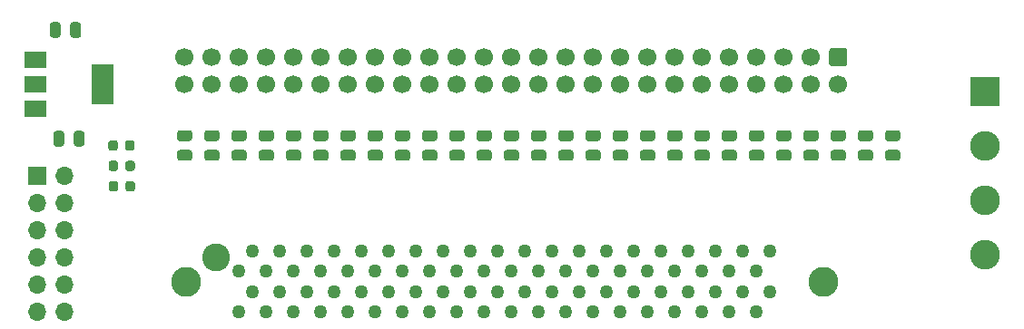
<source format=gbr>
%TF.GenerationSoftware,KiCad,Pcbnew,(5.1.7)-1*%
%TF.CreationDate,2021-02-10T19:53:02+00:00*%
%TF.ProjectId,SCSI to SCA MK5.1,53435349-2074-46f2-9053-4341204d4b35,rev?*%
%TF.SameCoordinates,Original*%
%TF.FileFunction,Soldermask,Top*%
%TF.FilePolarity,Negative*%
%FSLAX46Y46*%
G04 Gerber Fmt 4.6, Leading zero omitted, Abs format (unit mm)*
G04 Created by KiCad (PCBNEW (5.1.7)-1) date 2021-02-10 19:53:02*
%MOMM*%
%LPD*%
G01*
G04 APERTURE LIST*
%ADD10O,1.700000X1.700000*%
%ADD11R,1.700000X1.700000*%
%ADD12R,2.000000X1.500000*%
%ADD13R,2.000000X3.800000*%
%ADD14C,1.700000*%
%ADD15C,2.780000*%
%ADD16R,2.780000X2.780000*%
%ADD17C,2.600000*%
%ADD18C,2.800000*%
%ADD19C,1.270000*%
G04 APERTURE END LIST*
D10*
%TO.C,J2*%
X35179000Y-147637500D03*
X32639000Y-147637500D03*
X35179000Y-145097500D03*
X32639000Y-145097500D03*
X35179000Y-142557500D03*
X32639000Y-142557500D03*
X35179000Y-140017500D03*
X32639000Y-140017500D03*
X35179000Y-137477500D03*
X32639000Y-137477500D03*
X35179000Y-134937500D03*
D11*
X32639000Y-134937500D03*
%TD*%
D12*
%TO.C,U1*%
X32410000Y-124065000D03*
X32410000Y-128665000D03*
X32410000Y-126365000D03*
D13*
X38710000Y-126365000D03*
%TD*%
%TO.C,D3*%
G36*
G01*
X40837500Y-136146250D02*
X40837500Y-135633750D01*
G75*
G02*
X41056250Y-135415000I218750J0D01*
G01*
X41493750Y-135415000D01*
G75*
G02*
X41712500Y-135633750I0J-218750D01*
G01*
X41712500Y-136146250D01*
G75*
G02*
X41493750Y-136365000I-218750J0D01*
G01*
X41056250Y-136365000D01*
G75*
G02*
X40837500Y-136146250I0J218750D01*
G01*
G37*
G36*
G01*
X39262500Y-136146250D02*
X39262500Y-135633750D01*
G75*
G02*
X39481250Y-135415000I218750J0D01*
G01*
X39918750Y-135415000D01*
G75*
G02*
X40137500Y-135633750I0J-218750D01*
G01*
X40137500Y-136146250D01*
G75*
G02*
X39918750Y-136365000I-218750J0D01*
G01*
X39481250Y-136365000D01*
G75*
G02*
X39262500Y-136146250I0J218750D01*
G01*
G37*
%TD*%
%TO.C,R32*%
G36*
G01*
X45904998Y-132480000D02*
X46805002Y-132480000D01*
G75*
G02*
X47055000Y-132729998I0J-249998D01*
G01*
X47055000Y-133255002D01*
G75*
G02*
X46805002Y-133505000I-249998J0D01*
G01*
X45904998Y-133505000D01*
G75*
G02*
X45655000Y-133255002I0J249998D01*
G01*
X45655000Y-132729998D01*
G75*
G02*
X45904998Y-132480000I249998J0D01*
G01*
G37*
G36*
G01*
X45904998Y-130655000D02*
X46805002Y-130655000D01*
G75*
G02*
X47055000Y-130904998I0J-249998D01*
G01*
X47055000Y-131430002D01*
G75*
G02*
X46805002Y-131680000I-249998J0D01*
G01*
X45904998Y-131680000D01*
G75*
G02*
X45655000Y-131430002I0J249998D01*
G01*
X45655000Y-130904998D01*
G75*
G02*
X45904998Y-130655000I249998J0D01*
G01*
G37*
%TD*%
%TO.C,R31*%
G36*
G01*
X48444998Y-132480000D02*
X49345002Y-132480000D01*
G75*
G02*
X49595000Y-132729998I0J-249998D01*
G01*
X49595000Y-133255002D01*
G75*
G02*
X49345002Y-133505000I-249998J0D01*
G01*
X48444998Y-133505000D01*
G75*
G02*
X48195000Y-133255002I0J249998D01*
G01*
X48195000Y-132729998D01*
G75*
G02*
X48444998Y-132480000I249998J0D01*
G01*
G37*
G36*
G01*
X48444998Y-130655000D02*
X49345002Y-130655000D01*
G75*
G02*
X49595000Y-130904998I0J-249998D01*
G01*
X49595000Y-131430002D01*
G75*
G02*
X49345002Y-131680000I-249998J0D01*
G01*
X48444998Y-131680000D01*
G75*
G02*
X48195000Y-131430002I0J249998D01*
G01*
X48195000Y-130904998D01*
G75*
G02*
X48444998Y-130655000I249998J0D01*
G01*
G37*
%TD*%
%TO.C,R30*%
G36*
G01*
X50984998Y-132480000D02*
X51885002Y-132480000D01*
G75*
G02*
X52135000Y-132729998I0J-249998D01*
G01*
X52135000Y-133255002D01*
G75*
G02*
X51885002Y-133505000I-249998J0D01*
G01*
X50984998Y-133505000D01*
G75*
G02*
X50735000Y-133255002I0J249998D01*
G01*
X50735000Y-132729998D01*
G75*
G02*
X50984998Y-132480000I249998J0D01*
G01*
G37*
G36*
G01*
X50984998Y-130655000D02*
X51885002Y-130655000D01*
G75*
G02*
X52135000Y-130904998I0J-249998D01*
G01*
X52135000Y-131430002D01*
G75*
G02*
X51885002Y-131680000I-249998J0D01*
G01*
X50984998Y-131680000D01*
G75*
G02*
X50735000Y-131430002I0J249998D01*
G01*
X50735000Y-130904998D01*
G75*
G02*
X50984998Y-130655000I249998J0D01*
G01*
G37*
%TD*%
%TO.C,R29*%
G36*
G01*
X53524998Y-132480000D02*
X54425002Y-132480000D01*
G75*
G02*
X54675000Y-132729998I0J-249998D01*
G01*
X54675000Y-133255002D01*
G75*
G02*
X54425002Y-133505000I-249998J0D01*
G01*
X53524998Y-133505000D01*
G75*
G02*
X53275000Y-133255002I0J249998D01*
G01*
X53275000Y-132729998D01*
G75*
G02*
X53524998Y-132480000I249998J0D01*
G01*
G37*
G36*
G01*
X53524998Y-130655000D02*
X54425002Y-130655000D01*
G75*
G02*
X54675000Y-130904998I0J-249998D01*
G01*
X54675000Y-131430002D01*
G75*
G02*
X54425002Y-131680000I-249998J0D01*
G01*
X53524998Y-131680000D01*
G75*
G02*
X53275000Y-131430002I0J249998D01*
G01*
X53275000Y-130904998D01*
G75*
G02*
X53524998Y-130655000I249998J0D01*
G01*
G37*
%TD*%
%TO.C,R28*%
G36*
G01*
X56064998Y-132480000D02*
X56965002Y-132480000D01*
G75*
G02*
X57215000Y-132729998I0J-249998D01*
G01*
X57215000Y-133255002D01*
G75*
G02*
X56965002Y-133505000I-249998J0D01*
G01*
X56064998Y-133505000D01*
G75*
G02*
X55815000Y-133255002I0J249998D01*
G01*
X55815000Y-132729998D01*
G75*
G02*
X56064998Y-132480000I249998J0D01*
G01*
G37*
G36*
G01*
X56064998Y-130655000D02*
X56965002Y-130655000D01*
G75*
G02*
X57215000Y-130904998I0J-249998D01*
G01*
X57215000Y-131430002D01*
G75*
G02*
X56965002Y-131680000I-249998J0D01*
G01*
X56064998Y-131680000D01*
G75*
G02*
X55815000Y-131430002I0J249998D01*
G01*
X55815000Y-130904998D01*
G75*
G02*
X56064998Y-130655000I249998J0D01*
G01*
G37*
%TD*%
%TO.C,R27*%
G36*
G01*
X58604998Y-132480000D02*
X59505002Y-132480000D01*
G75*
G02*
X59755000Y-132729998I0J-249998D01*
G01*
X59755000Y-133255002D01*
G75*
G02*
X59505002Y-133505000I-249998J0D01*
G01*
X58604998Y-133505000D01*
G75*
G02*
X58355000Y-133255002I0J249998D01*
G01*
X58355000Y-132729998D01*
G75*
G02*
X58604998Y-132480000I249998J0D01*
G01*
G37*
G36*
G01*
X58604998Y-130655000D02*
X59505002Y-130655000D01*
G75*
G02*
X59755000Y-130904998I0J-249998D01*
G01*
X59755000Y-131430002D01*
G75*
G02*
X59505002Y-131680000I-249998J0D01*
G01*
X58604998Y-131680000D01*
G75*
G02*
X58355000Y-131430002I0J249998D01*
G01*
X58355000Y-130904998D01*
G75*
G02*
X58604998Y-130655000I249998J0D01*
G01*
G37*
%TD*%
%TO.C,R26*%
G36*
G01*
X61144998Y-132480000D02*
X62045002Y-132480000D01*
G75*
G02*
X62295000Y-132729998I0J-249998D01*
G01*
X62295000Y-133255002D01*
G75*
G02*
X62045002Y-133505000I-249998J0D01*
G01*
X61144998Y-133505000D01*
G75*
G02*
X60895000Y-133255002I0J249998D01*
G01*
X60895000Y-132729998D01*
G75*
G02*
X61144998Y-132480000I249998J0D01*
G01*
G37*
G36*
G01*
X61144998Y-130655000D02*
X62045002Y-130655000D01*
G75*
G02*
X62295000Y-130904998I0J-249998D01*
G01*
X62295000Y-131430002D01*
G75*
G02*
X62045002Y-131680000I-249998J0D01*
G01*
X61144998Y-131680000D01*
G75*
G02*
X60895000Y-131430002I0J249998D01*
G01*
X60895000Y-130904998D01*
G75*
G02*
X61144998Y-130655000I249998J0D01*
G01*
G37*
%TD*%
%TO.C,R25*%
G36*
G01*
X63684998Y-132480000D02*
X64585002Y-132480000D01*
G75*
G02*
X64835000Y-132729998I0J-249998D01*
G01*
X64835000Y-133255002D01*
G75*
G02*
X64585002Y-133505000I-249998J0D01*
G01*
X63684998Y-133505000D01*
G75*
G02*
X63435000Y-133255002I0J249998D01*
G01*
X63435000Y-132729998D01*
G75*
G02*
X63684998Y-132480000I249998J0D01*
G01*
G37*
G36*
G01*
X63684998Y-130655000D02*
X64585002Y-130655000D01*
G75*
G02*
X64835000Y-130904998I0J-249998D01*
G01*
X64835000Y-131430002D01*
G75*
G02*
X64585002Y-131680000I-249998J0D01*
G01*
X63684998Y-131680000D01*
G75*
G02*
X63435000Y-131430002I0J249998D01*
G01*
X63435000Y-130904998D01*
G75*
G02*
X63684998Y-130655000I249998J0D01*
G01*
G37*
%TD*%
%TO.C,R24*%
G36*
G01*
X68764998Y-132480000D02*
X69665002Y-132480000D01*
G75*
G02*
X69915000Y-132729998I0J-249998D01*
G01*
X69915000Y-133255002D01*
G75*
G02*
X69665002Y-133505000I-249998J0D01*
G01*
X68764998Y-133505000D01*
G75*
G02*
X68515000Y-133255002I0J249998D01*
G01*
X68515000Y-132729998D01*
G75*
G02*
X68764998Y-132480000I249998J0D01*
G01*
G37*
G36*
G01*
X68764998Y-130655000D02*
X69665002Y-130655000D01*
G75*
G02*
X69915000Y-130904998I0J-249998D01*
G01*
X69915000Y-131430002D01*
G75*
G02*
X69665002Y-131680000I-249998J0D01*
G01*
X68764998Y-131680000D01*
G75*
G02*
X68515000Y-131430002I0J249998D01*
G01*
X68515000Y-130904998D01*
G75*
G02*
X68764998Y-130655000I249998J0D01*
G01*
G37*
%TD*%
%TO.C,R23*%
G36*
G01*
X86544998Y-132480000D02*
X87445002Y-132480000D01*
G75*
G02*
X87695000Y-132729998I0J-249998D01*
G01*
X87695000Y-133255002D01*
G75*
G02*
X87445002Y-133505000I-249998J0D01*
G01*
X86544998Y-133505000D01*
G75*
G02*
X86295000Y-133255002I0J249998D01*
G01*
X86295000Y-132729998D01*
G75*
G02*
X86544998Y-132480000I249998J0D01*
G01*
G37*
G36*
G01*
X86544998Y-130655000D02*
X87445002Y-130655000D01*
G75*
G02*
X87695000Y-130904998I0J-249998D01*
G01*
X87695000Y-131430002D01*
G75*
G02*
X87445002Y-131680000I-249998J0D01*
G01*
X86544998Y-131680000D01*
G75*
G02*
X86295000Y-131430002I0J249998D01*
G01*
X86295000Y-130904998D01*
G75*
G02*
X86544998Y-130655000I249998J0D01*
G01*
G37*
%TD*%
%TO.C,R22*%
G36*
G01*
X78924998Y-132480000D02*
X79825002Y-132480000D01*
G75*
G02*
X80075000Y-132729998I0J-249998D01*
G01*
X80075000Y-133255002D01*
G75*
G02*
X79825002Y-133505000I-249998J0D01*
G01*
X78924998Y-133505000D01*
G75*
G02*
X78675000Y-133255002I0J249998D01*
G01*
X78675000Y-132729998D01*
G75*
G02*
X78924998Y-132480000I249998J0D01*
G01*
G37*
G36*
G01*
X78924998Y-130655000D02*
X79825002Y-130655000D01*
G75*
G02*
X80075000Y-130904998I0J-249998D01*
G01*
X80075000Y-131430002D01*
G75*
G02*
X79825002Y-131680000I-249998J0D01*
G01*
X78924998Y-131680000D01*
G75*
G02*
X78675000Y-131430002I0J249998D01*
G01*
X78675000Y-130904998D01*
G75*
G02*
X78924998Y-130655000I249998J0D01*
G01*
G37*
%TD*%
%TO.C,R21*%
G36*
G01*
X81464998Y-132480000D02*
X82365002Y-132480000D01*
G75*
G02*
X82615000Y-132729998I0J-249998D01*
G01*
X82615000Y-133255002D01*
G75*
G02*
X82365002Y-133505000I-249998J0D01*
G01*
X81464998Y-133505000D01*
G75*
G02*
X81215000Y-133255002I0J249998D01*
G01*
X81215000Y-132729998D01*
G75*
G02*
X81464998Y-132480000I249998J0D01*
G01*
G37*
G36*
G01*
X81464998Y-130655000D02*
X82365002Y-130655000D01*
G75*
G02*
X82615000Y-130904998I0J-249998D01*
G01*
X82615000Y-131430002D01*
G75*
G02*
X82365002Y-131680000I-249998J0D01*
G01*
X81464998Y-131680000D01*
G75*
G02*
X81215000Y-131430002I0J249998D01*
G01*
X81215000Y-130904998D01*
G75*
G02*
X81464998Y-130655000I249998J0D01*
G01*
G37*
%TD*%
%TO.C,R20*%
G36*
G01*
X84004998Y-132480000D02*
X84905002Y-132480000D01*
G75*
G02*
X85155000Y-132729998I0J-249998D01*
G01*
X85155000Y-133255002D01*
G75*
G02*
X84905002Y-133505000I-249998J0D01*
G01*
X84004998Y-133505000D01*
G75*
G02*
X83755000Y-133255002I0J249998D01*
G01*
X83755000Y-132729998D01*
G75*
G02*
X84004998Y-132480000I249998J0D01*
G01*
G37*
G36*
G01*
X84004998Y-130655000D02*
X84905002Y-130655000D01*
G75*
G02*
X85155000Y-130904998I0J-249998D01*
G01*
X85155000Y-131430002D01*
G75*
G02*
X84905002Y-131680000I-249998J0D01*
G01*
X84004998Y-131680000D01*
G75*
G02*
X83755000Y-131430002I0J249998D01*
G01*
X83755000Y-130904998D01*
G75*
G02*
X84004998Y-130655000I249998J0D01*
G01*
G37*
%TD*%
%TO.C,R19*%
G36*
G01*
X109404998Y-132480000D02*
X110305002Y-132480000D01*
G75*
G02*
X110555000Y-132729998I0J-249998D01*
G01*
X110555000Y-133255002D01*
G75*
G02*
X110305002Y-133505000I-249998J0D01*
G01*
X109404998Y-133505000D01*
G75*
G02*
X109155000Y-133255002I0J249998D01*
G01*
X109155000Y-132729998D01*
G75*
G02*
X109404998Y-132480000I249998J0D01*
G01*
G37*
G36*
G01*
X109404998Y-130655000D02*
X110305002Y-130655000D01*
G75*
G02*
X110555000Y-130904998I0J-249998D01*
G01*
X110555000Y-131430002D01*
G75*
G02*
X110305002Y-131680000I-249998J0D01*
G01*
X109404998Y-131680000D01*
G75*
G02*
X109155000Y-131430002I0J249998D01*
G01*
X109155000Y-130904998D01*
G75*
G02*
X109404998Y-130655000I249998J0D01*
G01*
G37*
%TD*%
%TO.C,R18*%
G36*
G01*
X111944998Y-132480000D02*
X112845002Y-132480000D01*
G75*
G02*
X113095000Y-132729998I0J-249998D01*
G01*
X113095000Y-133255002D01*
G75*
G02*
X112845002Y-133505000I-249998J0D01*
G01*
X111944998Y-133505000D01*
G75*
G02*
X111695000Y-133255002I0J249998D01*
G01*
X111695000Y-132729998D01*
G75*
G02*
X111944998Y-132480000I249998J0D01*
G01*
G37*
G36*
G01*
X111944998Y-130655000D02*
X112845002Y-130655000D01*
G75*
G02*
X113095000Y-130904998I0J-249998D01*
G01*
X113095000Y-131430002D01*
G75*
G02*
X112845002Y-131680000I-249998J0D01*
G01*
X111944998Y-131680000D01*
G75*
G02*
X111695000Y-131430002I0J249998D01*
G01*
X111695000Y-130904998D01*
G75*
G02*
X111944998Y-130655000I249998J0D01*
G01*
G37*
%TD*%
%TO.C,R17*%
G36*
G01*
X66224998Y-132480000D02*
X67125002Y-132480000D01*
G75*
G02*
X67375000Y-132729998I0J-249998D01*
G01*
X67375000Y-133255002D01*
G75*
G02*
X67125002Y-133505000I-249998J0D01*
G01*
X66224998Y-133505000D01*
G75*
G02*
X65975000Y-133255002I0J249998D01*
G01*
X65975000Y-132729998D01*
G75*
G02*
X66224998Y-132480000I249998J0D01*
G01*
G37*
G36*
G01*
X66224998Y-130655000D02*
X67125002Y-130655000D01*
G75*
G02*
X67375000Y-130904998I0J-249998D01*
G01*
X67375000Y-131430002D01*
G75*
G02*
X67125002Y-131680000I-249998J0D01*
G01*
X66224998Y-131680000D01*
G75*
G02*
X65975000Y-131430002I0J249998D01*
G01*
X65975000Y-130904998D01*
G75*
G02*
X66224998Y-130655000I249998J0D01*
G01*
G37*
%TD*%
%TO.C,R16*%
G36*
G01*
X71304998Y-132480000D02*
X72205002Y-132480000D01*
G75*
G02*
X72455000Y-132729998I0J-249998D01*
G01*
X72455000Y-133255002D01*
G75*
G02*
X72205002Y-133505000I-249998J0D01*
G01*
X71304998Y-133505000D01*
G75*
G02*
X71055000Y-133255002I0J249998D01*
G01*
X71055000Y-132729998D01*
G75*
G02*
X71304998Y-132480000I249998J0D01*
G01*
G37*
G36*
G01*
X71304998Y-130655000D02*
X72205002Y-130655000D01*
G75*
G02*
X72455000Y-130904998I0J-249998D01*
G01*
X72455000Y-131430002D01*
G75*
G02*
X72205002Y-131680000I-249998J0D01*
G01*
X71304998Y-131680000D01*
G75*
G02*
X71055000Y-131430002I0J249998D01*
G01*
X71055000Y-130904998D01*
G75*
G02*
X71304998Y-130655000I249998J0D01*
G01*
G37*
%TD*%
%TO.C,R15*%
G36*
G01*
X73844998Y-132480000D02*
X74745002Y-132480000D01*
G75*
G02*
X74995000Y-132729998I0J-249998D01*
G01*
X74995000Y-133255002D01*
G75*
G02*
X74745002Y-133505000I-249998J0D01*
G01*
X73844998Y-133505000D01*
G75*
G02*
X73595000Y-133255002I0J249998D01*
G01*
X73595000Y-132729998D01*
G75*
G02*
X73844998Y-132480000I249998J0D01*
G01*
G37*
G36*
G01*
X73844998Y-130655000D02*
X74745002Y-130655000D01*
G75*
G02*
X74995000Y-130904998I0J-249998D01*
G01*
X74995000Y-131430002D01*
G75*
G02*
X74745002Y-131680000I-249998J0D01*
G01*
X73844998Y-131680000D01*
G75*
G02*
X73595000Y-131430002I0J249998D01*
G01*
X73595000Y-130904998D01*
G75*
G02*
X73844998Y-130655000I249998J0D01*
G01*
G37*
%TD*%
%TO.C,R14*%
G36*
G01*
X76384998Y-132480000D02*
X77285002Y-132480000D01*
G75*
G02*
X77535000Y-132729998I0J-249998D01*
G01*
X77535000Y-133255002D01*
G75*
G02*
X77285002Y-133505000I-249998J0D01*
G01*
X76384998Y-133505000D01*
G75*
G02*
X76135000Y-133255002I0J249998D01*
G01*
X76135000Y-132729998D01*
G75*
G02*
X76384998Y-132480000I249998J0D01*
G01*
G37*
G36*
G01*
X76384998Y-130655000D02*
X77285002Y-130655000D01*
G75*
G02*
X77535000Y-130904998I0J-249998D01*
G01*
X77535000Y-131430002D01*
G75*
G02*
X77285002Y-131680000I-249998J0D01*
G01*
X76384998Y-131680000D01*
G75*
G02*
X76135000Y-131430002I0J249998D01*
G01*
X76135000Y-130904998D01*
G75*
G02*
X76384998Y-130655000I249998J0D01*
G01*
G37*
%TD*%
%TO.C,R13*%
G36*
G01*
X89084998Y-132480000D02*
X89985002Y-132480000D01*
G75*
G02*
X90235000Y-132729998I0J-249998D01*
G01*
X90235000Y-133255002D01*
G75*
G02*
X89985002Y-133505000I-249998J0D01*
G01*
X89084998Y-133505000D01*
G75*
G02*
X88835000Y-133255002I0J249998D01*
G01*
X88835000Y-132729998D01*
G75*
G02*
X89084998Y-132480000I249998J0D01*
G01*
G37*
G36*
G01*
X89084998Y-130655000D02*
X89985002Y-130655000D01*
G75*
G02*
X90235000Y-130904998I0J-249998D01*
G01*
X90235000Y-131430002D01*
G75*
G02*
X89985002Y-131680000I-249998J0D01*
G01*
X89084998Y-131680000D01*
G75*
G02*
X88835000Y-131430002I0J249998D01*
G01*
X88835000Y-130904998D01*
G75*
G02*
X89084998Y-130655000I249998J0D01*
G01*
G37*
%TD*%
%TO.C,R12*%
G36*
G01*
X91624998Y-132480000D02*
X92525002Y-132480000D01*
G75*
G02*
X92775000Y-132729998I0J-249998D01*
G01*
X92775000Y-133255002D01*
G75*
G02*
X92525002Y-133505000I-249998J0D01*
G01*
X91624998Y-133505000D01*
G75*
G02*
X91375000Y-133255002I0J249998D01*
G01*
X91375000Y-132729998D01*
G75*
G02*
X91624998Y-132480000I249998J0D01*
G01*
G37*
G36*
G01*
X91624998Y-130655000D02*
X92525002Y-130655000D01*
G75*
G02*
X92775000Y-130904998I0J-249998D01*
G01*
X92775000Y-131430002D01*
G75*
G02*
X92525002Y-131680000I-249998J0D01*
G01*
X91624998Y-131680000D01*
G75*
G02*
X91375000Y-131430002I0J249998D01*
G01*
X91375000Y-130904998D01*
G75*
G02*
X91624998Y-130655000I249998J0D01*
G01*
G37*
%TD*%
%TO.C,R11*%
G36*
G01*
X94164998Y-132480000D02*
X95065002Y-132480000D01*
G75*
G02*
X95315000Y-132729998I0J-249998D01*
G01*
X95315000Y-133255002D01*
G75*
G02*
X95065002Y-133505000I-249998J0D01*
G01*
X94164998Y-133505000D01*
G75*
G02*
X93915000Y-133255002I0J249998D01*
G01*
X93915000Y-132729998D01*
G75*
G02*
X94164998Y-132480000I249998J0D01*
G01*
G37*
G36*
G01*
X94164998Y-130655000D02*
X95065002Y-130655000D01*
G75*
G02*
X95315000Y-130904998I0J-249998D01*
G01*
X95315000Y-131430002D01*
G75*
G02*
X95065002Y-131680000I-249998J0D01*
G01*
X94164998Y-131680000D01*
G75*
G02*
X93915000Y-131430002I0J249998D01*
G01*
X93915000Y-130904998D01*
G75*
G02*
X94164998Y-130655000I249998J0D01*
G01*
G37*
%TD*%
%TO.C,R10*%
G36*
G01*
X96704998Y-132480000D02*
X97605002Y-132480000D01*
G75*
G02*
X97855000Y-132729998I0J-249998D01*
G01*
X97855000Y-133255002D01*
G75*
G02*
X97605002Y-133505000I-249998J0D01*
G01*
X96704998Y-133505000D01*
G75*
G02*
X96455000Y-133255002I0J249998D01*
G01*
X96455000Y-132729998D01*
G75*
G02*
X96704998Y-132480000I249998J0D01*
G01*
G37*
G36*
G01*
X96704998Y-130655000D02*
X97605002Y-130655000D01*
G75*
G02*
X97855000Y-130904998I0J-249998D01*
G01*
X97855000Y-131430002D01*
G75*
G02*
X97605002Y-131680000I-249998J0D01*
G01*
X96704998Y-131680000D01*
G75*
G02*
X96455000Y-131430002I0J249998D01*
G01*
X96455000Y-130904998D01*
G75*
G02*
X96704998Y-130655000I249998J0D01*
G01*
G37*
%TD*%
%TO.C,R9*%
G36*
G01*
X99244998Y-132480000D02*
X100145002Y-132480000D01*
G75*
G02*
X100395000Y-132729998I0J-249998D01*
G01*
X100395000Y-133255002D01*
G75*
G02*
X100145002Y-133505000I-249998J0D01*
G01*
X99244998Y-133505000D01*
G75*
G02*
X98995000Y-133255002I0J249998D01*
G01*
X98995000Y-132729998D01*
G75*
G02*
X99244998Y-132480000I249998J0D01*
G01*
G37*
G36*
G01*
X99244998Y-130655000D02*
X100145002Y-130655000D01*
G75*
G02*
X100395000Y-130904998I0J-249998D01*
G01*
X100395000Y-131430002D01*
G75*
G02*
X100145002Y-131680000I-249998J0D01*
G01*
X99244998Y-131680000D01*
G75*
G02*
X98995000Y-131430002I0J249998D01*
G01*
X98995000Y-130904998D01*
G75*
G02*
X99244998Y-130655000I249998J0D01*
G01*
G37*
%TD*%
%TO.C,R8*%
G36*
G01*
X101784998Y-132480000D02*
X102685002Y-132480000D01*
G75*
G02*
X102935000Y-132729998I0J-249998D01*
G01*
X102935000Y-133255002D01*
G75*
G02*
X102685002Y-133505000I-249998J0D01*
G01*
X101784998Y-133505000D01*
G75*
G02*
X101535000Y-133255002I0J249998D01*
G01*
X101535000Y-132729998D01*
G75*
G02*
X101784998Y-132480000I249998J0D01*
G01*
G37*
G36*
G01*
X101784998Y-130655000D02*
X102685002Y-130655000D01*
G75*
G02*
X102935000Y-130904998I0J-249998D01*
G01*
X102935000Y-131430002D01*
G75*
G02*
X102685002Y-131680000I-249998J0D01*
G01*
X101784998Y-131680000D01*
G75*
G02*
X101535000Y-131430002I0J249998D01*
G01*
X101535000Y-130904998D01*
G75*
G02*
X101784998Y-130655000I249998J0D01*
G01*
G37*
%TD*%
%TO.C,R7*%
G36*
G01*
X104324998Y-132480000D02*
X105225002Y-132480000D01*
G75*
G02*
X105475000Y-132729998I0J-249998D01*
G01*
X105475000Y-133255002D01*
G75*
G02*
X105225002Y-133505000I-249998J0D01*
G01*
X104324998Y-133505000D01*
G75*
G02*
X104075000Y-133255002I0J249998D01*
G01*
X104075000Y-132729998D01*
G75*
G02*
X104324998Y-132480000I249998J0D01*
G01*
G37*
G36*
G01*
X104324998Y-130655000D02*
X105225002Y-130655000D01*
G75*
G02*
X105475000Y-130904998I0J-249998D01*
G01*
X105475000Y-131430002D01*
G75*
G02*
X105225002Y-131680000I-249998J0D01*
G01*
X104324998Y-131680000D01*
G75*
G02*
X104075000Y-131430002I0J249998D01*
G01*
X104075000Y-130904998D01*
G75*
G02*
X104324998Y-130655000I249998J0D01*
G01*
G37*
%TD*%
%TO.C,R6*%
G36*
G01*
X106864998Y-132480000D02*
X107765002Y-132480000D01*
G75*
G02*
X108015000Y-132729998I0J-249998D01*
G01*
X108015000Y-133255002D01*
G75*
G02*
X107765002Y-133505000I-249998J0D01*
G01*
X106864998Y-133505000D01*
G75*
G02*
X106615000Y-133255002I0J249998D01*
G01*
X106615000Y-132729998D01*
G75*
G02*
X106864998Y-132480000I249998J0D01*
G01*
G37*
G36*
G01*
X106864998Y-130655000D02*
X107765002Y-130655000D01*
G75*
G02*
X108015000Y-130904998I0J-249998D01*
G01*
X108015000Y-131430002D01*
G75*
G02*
X107765002Y-131680000I-249998J0D01*
G01*
X106864998Y-131680000D01*
G75*
G02*
X106615000Y-131430002I0J249998D01*
G01*
X106615000Y-130904998D01*
G75*
G02*
X106864998Y-130655000I249998J0D01*
G01*
G37*
%TD*%
D14*
%TO.C,J4*%
X46355000Y-126365000D03*
X48895000Y-126365000D03*
X51435000Y-126365000D03*
X53975000Y-126365000D03*
X56515000Y-126365000D03*
X59055000Y-126365000D03*
X61595000Y-126365000D03*
X64135000Y-126365000D03*
X66675000Y-126365000D03*
X69215000Y-126365000D03*
X71755000Y-126365000D03*
X74295000Y-126365000D03*
X76835000Y-126365000D03*
X79375000Y-126365000D03*
X81915000Y-126365000D03*
X84455000Y-126365000D03*
X86995000Y-126365000D03*
X89535000Y-126365000D03*
X92075000Y-126365000D03*
X94615000Y-126365000D03*
X97155000Y-126365000D03*
X99695000Y-126365000D03*
X102235000Y-126365000D03*
X104775000Y-126365000D03*
X107315000Y-126365000D03*
X46355000Y-123825000D03*
X48895000Y-123825000D03*
X51435000Y-123825000D03*
X53975000Y-123825000D03*
X56515000Y-123825000D03*
X59055000Y-123825000D03*
X61595000Y-123825000D03*
X64135000Y-123825000D03*
X66675000Y-123825000D03*
X69215000Y-123825000D03*
X71755000Y-123825000D03*
X74295000Y-123825000D03*
X76835000Y-123825000D03*
X79375000Y-123825000D03*
X81915000Y-123825000D03*
X84455000Y-123825000D03*
X86995000Y-123825000D03*
X89535000Y-123825000D03*
X92075000Y-123825000D03*
X94615000Y-123825000D03*
X97155000Y-123825000D03*
X99695000Y-123825000D03*
X102235000Y-123825000D03*
X104775000Y-123825000D03*
G36*
G01*
X106715000Y-122975000D02*
X107915000Y-122975000D01*
G75*
G02*
X108165000Y-123225000I0J-250000D01*
G01*
X108165000Y-124425000D01*
G75*
G02*
X107915000Y-124675000I-250000J0D01*
G01*
X106715000Y-124675000D01*
G75*
G02*
X106465000Y-124425000I0J250000D01*
G01*
X106465000Y-123225000D01*
G75*
G02*
X106715000Y-122975000I250000J0D01*
G01*
G37*
%TD*%
D15*
%TO.C,J3*%
X121000000Y-142240000D03*
X121000000Y-137160000D03*
X121000000Y-132080000D03*
D16*
X121000000Y-127000000D03*
%TD*%
%TO.C,D2*%
G36*
G01*
X40837500Y-134241250D02*
X40837500Y-133728750D01*
G75*
G02*
X41056250Y-133510000I218750J0D01*
G01*
X41493750Y-133510000D01*
G75*
G02*
X41712500Y-133728750I0J-218750D01*
G01*
X41712500Y-134241250D01*
G75*
G02*
X41493750Y-134460000I-218750J0D01*
G01*
X41056250Y-134460000D01*
G75*
G02*
X40837500Y-134241250I0J218750D01*
G01*
G37*
G36*
G01*
X39262500Y-134241250D02*
X39262500Y-133728750D01*
G75*
G02*
X39481250Y-133510000I218750J0D01*
G01*
X39918750Y-133510000D01*
G75*
G02*
X40137500Y-133728750I0J-218750D01*
G01*
X40137500Y-134241250D01*
G75*
G02*
X39918750Y-134460000I-218750J0D01*
G01*
X39481250Y-134460000D01*
G75*
G02*
X39262500Y-134241250I0J218750D01*
G01*
G37*
%TD*%
%TO.C,D1*%
G36*
G01*
X40125000Y-131823750D02*
X40125000Y-132336250D01*
G75*
G02*
X39906250Y-132555000I-218750J0D01*
G01*
X39468750Y-132555000D01*
G75*
G02*
X39250000Y-132336250I0J218750D01*
G01*
X39250000Y-131823750D01*
G75*
G02*
X39468750Y-131605000I218750J0D01*
G01*
X39906250Y-131605000D01*
G75*
G02*
X40125000Y-131823750I0J-218750D01*
G01*
G37*
G36*
G01*
X41700000Y-131823750D02*
X41700000Y-132336250D01*
G75*
G02*
X41481250Y-132555000I-218750J0D01*
G01*
X41043750Y-132555000D01*
G75*
G02*
X40825000Y-132336250I0J218750D01*
G01*
X40825000Y-131823750D01*
G75*
G02*
X41043750Y-131605000I218750J0D01*
G01*
X41481250Y-131605000D01*
G75*
G02*
X41700000Y-131823750I0J-218750D01*
G01*
G37*
%TD*%
%TO.C,C2*%
G36*
G01*
X34795000Y-120810000D02*
X34795000Y-121760000D01*
G75*
G02*
X34545000Y-122010000I-250000J0D01*
G01*
X34045000Y-122010000D01*
G75*
G02*
X33795000Y-121760000I0J250000D01*
G01*
X33795000Y-120810000D01*
G75*
G02*
X34045000Y-120560000I250000J0D01*
G01*
X34545000Y-120560000D01*
G75*
G02*
X34795000Y-120810000I0J-250000D01*
G01*
G37*
G36*
G01*
X36695000Y-120810000D02*
X36695000Y-121760000D01*
G75*
G02*
X36445000Y-122010000I-250000J0D01*
G01*
X35945000Y-122010000D01*
G75*
G02*
X35695000Y-121760000I0J250000D01*
G01*
X35695000Y-120810000D01*
G75*
G02*
X35945000Y-120560000I250000J0D01*
G01*
X36445000Y-120560000D01*
G75*
G02*
X36695000Y-120810000I0J-250000D01*
G01*
G37*
%TD*%
%TO.C,C1*%
G36*
G01*
X36010000Y-131920000D02*
X36010000Y-130970000D01*
G75*
G02*
X36260000Y-130720000I250000J0D01*
G01*
X36760000Y-130720000D01*
G75*
G02*
X37010000Y-130970000I0J-250000D01*
G01*
X37010000Y-131920000D01*
G75*
G02*
X36760000Y-132170000I-250000J0D01*
G01*
X36260000Y-132170000D01*
G75*
G02*
X36010000Y-131920000I0J250000D01*
G01*
G37*
G36*
G01*
X34110000Y-131920000D02*
X34110000Y-130970000D01*
G75*
G02*
X34360000Y-130720000I250000J0D01*
G01*
X34860000Y-130720000D01*
G75*
G02*
X35110000Y-130970000I0J-250000D01*
G01*
X35110000Y-131920000D01*
G75*
G02*
X34860000Y-132170000I-250000J0D01*
G01*
X34360000Y-132170000D01*
G75*
G02*
X34110000Y-131920000I0J250000D01*
G01*
G37*
%TD*%
D17*
%TO.C,J1*%
X49276000Y-142494000D03*
D18*
X105918000Y-144780000D03*
X46482000Y-144780000D03*
D19*
X51435000Y-143823000D03*
X52705000Y-141913000D03*
X53975000Y-143823000D03*
X55245000Y-141913000D03*
X56515000Y-143823000D03*
X57785000Y-141913000D03*
X59055000Y-143823000D03*
X60325000Y-141913000D03*
X61595000Y-143823000D03*
X62865000Y-141913000D03*
X64135000Y-143823000D03*
X65405000Y-141913000D03*
X66675000Y-143823000D03*
X67945000Y-141913000D03*
X69215000Y-143823000D03*
X70485000Y-141913000D03*
X71755000Y-143823000D03*
X73025000Y-141913000D03*
X74295000Y-143823000D03*
X75565000Y-141913000D03*
X76835000Y-143823000D03*
X78105000Y-141913000D03*
X79375000Y-143823000D03*
X80645000Y-141913000D03*
X81915000Y-143823000D03*
X83185000Y-141913000D03*
X84455000Y-143823000D03*
X85725000Y-141913000D03*
X86995000Y-143823000D03*
X88265000Y-141913000D03*
X89535000Y-143823000D03*
X90805000Y-141913000D03*
X92075000Y-143823000D03*
X93345000Y-141913000D03*
X94615000Y-143823000D03*
X95885000Y-141913000D03*
X97155000Y-143823000D03*
X98425000Y-141913000D03*
X99695000Y-143823000D03*
X100965000Y-141913000D03*
X51435000Y-147643000D03*
X52705000Y-145733000D03*
X53975000Y-147643000D03*
X55245000Y-145733000D03*
X56515000Y-147643000D03*
X57785000Y-145733000D03*
X59055000Y-147643000D03*
X60325000Y-145733000D03*
X61595000Y-147643000D03*
X62865000Y-145733000D03*
X64135000Y-147643000D03*
X65405000Y-145733000D03*
X66675000Y-147643000D03*
X67945000Y-145733000D03*
X69215000Y-147643000D03*
X70485000Y-145733000D03*
X71755000Y-147643000D03*
X73025000Y-145733000D03*
X74295000Y-147643000D03*
X75565000Y-145733000D03*
X76835000Y-147643000D03*
X78105000Y-145733000D03*
X79375000Y-147643000D03*
X80645000Y-145733000D03*
X81915000Y-147643000D03*
X83185000Y-145733000D03*
X84455000Y-147643000D03*
X85725000Y-145733000D03*
X86995000Y-147643000D03*
X88265000Y-145733000D03*
X89535000Y-147643000D03*
X90805000Y-145733000D03*
X92075000Y-147643000D03*
X93345000Y-145733000D03*
X94615000Y-147643000D03*
X95885000Y-145733000D03*
X97155000Y-147643000D03*
X98425000Y-145733000D03*
X99695000Y-147643000D03*
X100965000Y-145733000D03*
%TD*%
M02*

</source>
